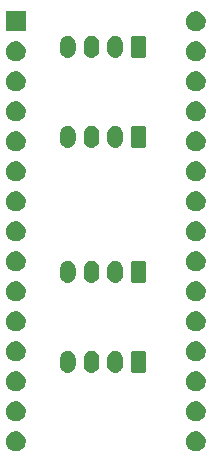
<source format=gbr>
G04 #@! TF.GenerationSoftware,KiCad,Pcbnew,(5.1.6-0-10_14)*
G04 #@! TF.CreationDate,2020-08-29T18:54:40+02:00*
G04 #@! TF.ProjectId,NanoFan,4e616e6f-4661-46e2-9e6b-696361645f70,rev?*
G04 #@! TF.SameCoordinates,Original*
G04 #@! TF.FileFunction,Soldermask,Bot*
G04 #@! TF.FilePolarity,Negative*
%FSLAX46Y46*%
G04 Gerber Fmt 4.6, Leading zero omitted, Abs format (unit mm)*
G04 Created by KiCad (PCBNEW (5.1.6-0-10_14)) date 2020-08-29 18:54:40*
%MOMM*%
%LPD*%
G01*
G04 APERTURE LIST*
%ADD10C,0.100000*%
G04 APERTURE END LIST*
D10*
G36*
X140329228Y-122117703D02*
G01*
X140484100Y-122181853D01*
X140623481Y-122274985D01*
X140742015Y-122393519D01*
X140835147Y-122532900D01*
X140899297Y-122687772D01*
X140932000Y-122852184D01*
X140932000Y-123019816D01*
X140899297Y-123184228D01*
X140835147Y-123339100D01*
X140742015Y-123478481D01*
X140623481Y-123597015D01*
X140484100Y-123690147D01*
X140329228Y-123754297D01*
X140164816Y-123787000D01*
X139997184Y-123787000D01*
X139832772Y-123754297D01*
X139677900Y-123690147D01*
X139538519Y-123597015D01*
X139419985Y-123478481D01*
X139326853Y-123339100D01*
X139262703Y-123184228D01*
X139230000Y-123019816D01*
X139230000Y-122852184D01*
X139262703Y-122687772D01*
X139326853Y-122532900D01*
X139419985Y-122393519D01*
X139538519Y-122274985D01*
X139677900Y-122181853D01*
X139832772Y-122117703D01*
X139997184Y-122085000D01*
X140164816Y-122085000D01*
X140329228Y-122117703D01*
G37*
G36*
X125089228Y-122117703D02*
G01*
X125244100Y-122181853D01*
X125383481Y-122274985D01*
X125502015Y-122393519D01*
X125595147Y-122532900D01*
X125659297Y-122687772D01*
X125692000Y-122852184D01*
X125692000Y-123019816D01*
X125659297Y-123184228D01*
X125595147Y-123339100D01*
X125502015Y-123478481D01*
X125383481Y-123597015D01*
X125244100Y-123690147D01*
X125089228Y-123754297D01*
X124924816Y-123787000D01*
X124757184Y-123787000D01*
X124592772Y-123754297D01*
X124437900Y-123690147D01*
X124298519Y-123597015D01*
X124179985Y-123478481D01*
X124086853Y-123339100D01*
X124022703Y-123184228D01*
X123990000Y-123019816D01*
X123990000Y-122852184D01*
X124022703Y-122687772D01*
X124086853Y-122532900D01*
X124179985Y-122393519D01*
X124298519Y-122274985D01*
X124437900Y-122181853D01*
X124592772Y-122117703D01*
X124757184Y-122085000D01*
X124924816Y-122085000D01*
X125089228Y-122117703D01*
G37*
G36*
X125089228Y-119577703D02*
G01*
X125244100Y-119641853D01*
X125383481Y-119734985D01*
X125502015Y-119853519D01*
X125595147Y-119992900D01*
X125659297Y-120147772D01*
X125692000Y-120312184D01*
X125692000Y-120479816D01*
X125659297Y-120644228D01*
X125595147Y-120799100D01*
X125502015Y-120938481D01*
X125383481Y-121057015D01*
X125244100Y-121150147D01*
X125089228Y-121214297D01*
X124924816Y-121247000D01*
X124757184Y-121247000D01*
X124592772Y-121214297D01*
X124437900Y-121150147D01*
X124298519Y-121057015D01*
X124179985Y-120938481D01*
X124086853Y-120799100D01*
X124022703Y-120644228D01*
X123990000Y-120479816D01*
X123990000Y-120312184D01*
X124022703Y-120147772D01*
X124086853Y-119992900D01*
X124179985Y-119853519D01*
X124298519Y-119734985D01*
X124437900Y-119641853D01*
X124592772Y-119577703D01*
X124757184Y-119545000D01*
X124924816Y-119545000D01*
X125089228Y-119577703D01*
G37*
G36*
X140329228Y-119577703D02*
G01*
X140484100Y-119641853D01*
X140623481Y-119734985D01*
X140742015Y-119853519D01*
X140835147Y-119992900D01*
X140899297Y-120147772D01*
X140932000Y-120312184D01*
X140932000Y-120479816D01*
X140899297Y-120644228D01*
X140835147Y-120799100D01*
X140742015Y-120938481D01*
X140623481Y-121057015D01*
X140484100Y-121150147D01*
X140329228Y-121214297D01*
X140164816Y-121247000D01*
X139997184Y-121247000D01*
X139832772Y-121214297D01*
X139677900Y-121150147D01*
X139538519Y-121057015D01*
X139419985Y-120938481D01*
X139326853Y-120799100D01*
X139262703Y-120644228D01*
X139230000Y-120479816D01*
X139230000Y-120312184D01*
X139262703Y-120147772D01*
X139326853Y-119992900D01*
X139419985Y-119853519D01*
X139538519Y-119734985D01*
X139677900Y-119641853D01*
X139832772Y-119577703D01*
X139997184Y-119545000D01*
X140164816Y-119545000D01*
X140329228Y-119577703D01*
G37*
G36*
X140329228Y-117037703D02*
G01*
X140484100Y-117101853D01*
X140623481Y-117194985D01*
X140742015Y-117313519D01*
X140835147Y-117452900D01*
X140899297Y-117607772D01*
X140932000Y-117772184D01*
X140932000Y-117939816D01*
X140899297Y-118104228D01*
X140835147Y-118259100D01*
X140742015Y-118398481D01*
X140623481Y-118517015D01*
X140484100Y-118610147D01*
X140329228Y-118674297D01*
X140164816Y-118707000D01*
X139997184Y-118707000D01*
X139832772Y-118674297D01*
X139677900Y-118610147D01*
X139538519Y-118517015D01*
X139419985Y-118398481D01*
X139326853Y-118259100D01*
X139262703Y-118104228D01*
X139230000Y-117939816D01*
X139230000Y-117772184D01*
X139262703Y-117607772D01*
X139326853Y-117452900D01*
X139419985Y-117313519D01*
X139538519Y-117194985D01*
X139677900Y-117101853D01*
X139832772Y-117037703D01*
X139997184Y-117005000D01*
X140164816Y-117005000D01*
X140329228Y-117037703D01*
G37*
G36*
X125089228Y-117037703D02*
G01*
X125244100Y-117101853D01*
X125383481Y-117194985D01*
X125502015Y-117313519D01*
X125595147Y-117452900D01*
X125659297Y-117607772D01*
X125692000Y-117772184D01*
X125692000Y-117939816D01*
X125659297Y-118104228D01*
X125595147Y-118259100D01*
X125502015Y-118398481D01*
X125383481Y-118517015D01*
X125244100Y-118610147D01*
X125089228Y-118674297D01*
X124924816Y-118707000D01*
X124757184Y-118707000D01*
X124592772Y-118674297D01*
X124437900Y-118610147D01*
X124298519Y-118517015D01*
X124179985Y-118398481D01*
X124086853Y-118259100D01*
X124022703Y-118104228D01*
X123990000Y-117939816D01*
X123990000Y-117772184D01*
X124022703Y-117607772D01*
X124086853Y-117452900D01*
X124179985Y-117313519D01*
X124298519Y-117194985D01*
X124437900Y-117101853D01*
X124592772Y-117037703D01*
X124757184Y-117005000D01*
X124924816Y-117005000D01*
X125089228Y-117037703D01*
G37*
G36*
X133382618Y-115288420D02*
G01*
X133463400Y-115312925D01*
X133505336Y-115325646D01*
X133618425Y-115386094D01*
X133717554Y-115467446D01*
X133798906Y-115566575D01*
X133859354Y-115679664D01*
X133859355Y-115679668D01*
X133896580Y-115802382D01*
X133906000Y-115898027D01*
X133906000Y-116511973D01*
X133896580Y-116607618D01*
X133869040Y-116698404D01*
X133859354Y-116730336D01*
X133798906Y-116843425D01*
X133717554Y-116942553D01*
X133618424Y-117023906D01*
X133505335Y-117084354D01*
X133473403Y-117094040D01*
X133382617Y-117121580D01*
X133255000Y-117134149D01*
X133127382Y-117121580D01*
X133036596Y-117094040D01*
X133004664Y-117084354D01*
X132891575Y-117023906D01*
X132792447Y-116942554D01*
X132711094Y-116843424D01*
X132650646Y-116730335D01*
X132640960Y-116698403D01*
X132613420Y-116607617D01*
X132604000Y-116511972D01*
X132604000Y-115898027D01*
X132613420Y-115802382D01*
X132650645Y-115679668D01*
X132650645Y-115679667D01*
X132682957Y-115619217D01*
X132711095Y-115566574D01*
X132724493Y-115550249D01*
X132792447Y-115467446D01*
X132891576Y-115386094D01*
X133004665Y-115325646D01*
X133046601Y-115312925D01*
X133127383Y-115288420D01*
X133255000Y-115275851D01*
X133382618Y-115288420D01*
G37*
G36*
X131382618Y-115288420D02*
G01*
X131463400Y-115312925D01*
X131505336Y-115325646D01*
X131618425Y-115386094D01*
X131717554Y-115467446D01*
X131798906Y-115566575D01*
X131859354Y-115679664D01*
X131859355Y-115679668D01*
X131896580Y-115802382D01*
X131906000Y-115898027D01*
X131906000Y-116511973D01*
X131896580Y-116607618D01*
X131869040Y-116698404D01*
X131859354Y-116730336D01*
X131798906Y-116843425D01*
X131717554Y-116942553D01*
X131618424Y-117023906D01*
X131505335Y-117084354D01*
X131473403Y-117094040D01*
X131382617Y-117121580D01*
X131255000Y-117134149D01*
X131127382Y-117121580D01*
X131036596Y-117094040D01*
X131004664Y-117084354D01*
X130891575Y-117023906D01*
X130792447Y-116942554D01*
X130711094Y-116843424D01*
X130650646Y-116730335D01*
X130640960Y-116698403D01*
X130613420Y-116607617D01*
X130604000Y-116511972D01*
X130604000Y-115898027D01*
X130613420Y-115802382D01*
X130650645Y-115679668D01*
X130650645Y-115679667D01*
X130682957Y-115619217D01*
X130711095Y-115566574D01*
X130724493Y-115550249D01*
X130792447Y-115467446D01*
X130891576Y-115386094D01*
X131004665Y-115325646D01*
X131046601Y-115312925D01*
X131127383Y-115288420D01*
X131255000Y-115275851D01*
X131382618Y-115288420D01*
G37*
G36*
X129382618Y-115288420D02*
G01*
X129463400Y-115312925D01*
X129505336Y-115325646D01*
X129618425Y-115386094D01*
X129717554Y-115467446D01*
X129798906Y-115566575D01*
X129859354Y-115679664D01*
X129859355Y-115679668D01*
X129896580Y-115802382D01*
X129906000Y-115898027D01*
X129906000Y-116511973D01*
X129896580Y-116607618D01*
X129869040Y-116698404D01*
X129859354Y-116730336D01*
X129798906Y-116843425D01*
X129717554Y-116942553D01*
X129618424Y-117023906D01*
X129505335Y-117084354D01*
X129473403Y-117094040D01*
X129382617Y-117121580D01*
X129255000Y-117134149D01*
X129127382Y-117121580D01*
X129036596Y-117094040D01*
X129004664Y-117084354D01*
X128891575Y-117023906D01*
X128792447Y-116942554D01*
X128711094Y-116843424D01*
X128650646Y-116730335D01*
X128640960Y-116698403D01*
X128613420Y-116607617D01*
X128604000Y-116511972D01*
X128604000Y-115898027D01*
X128613420Y-115802382D01*
X128650645Y-115679668D01*
X128650645Y-115679667D01*
X128682957Y-115619217D01*
X128711095Y-115566574D01*
X128724493Y-115550249D01*
X128792447Y-115467446D01*
X128891576Y-115386094D01*
X129004665Y-115325646D01*
X129046601Y-115312925D01*
X129127383Y-115288420D01*
X129255000Y-115275851D01*
X129382618Y-115288420D01*
G37*
G36*
X135746242Y-115283404D02*
G01*
X135783337Y-115294657D01*
X135817515Y-115312925D01*
X135847481Y-115337519D01*
X135872075Y-115367485D01*
X135890343Y-115401663D01*
X135901596Y-115438758D01*
X135906000Y-115483474D01*
X135906000Y-116926526D01*
X135901596Y-116971242D01*
X135890343Y-117008337D01*
X135872075Y-117042515D01*
X135847481Y-117072481D01*
X135817515Y-117097075D01*
X135783337Y-117115343D01*
X135746242Y-117126596D01*
X135701526Y-117131000D01*
X134808474Y-117131000D01*
X134763758Y-117126596D01*
X134726663Y-117115343D01*
X134692485Y-117097075D01*
X134662519Y-117072481D01*
X134637925Y-117042515D01*
X134619657Y-117008337D01*
X134608404Y-116971242D01*
X134604000Y-116926526D01*
X134604000Y-115483474D01*
X134608404Y-115438758D01*
X134619657Y-115401663D01*
X134637925Y-115367485D01*
X134662519Y-115337519D01*
X134692485Y-115312925D01*
X134726663Y-115294657D01*
X134763758Y-115283404D01*
X134808474Y-115279000D01*
X135701526Y-115279000D01*
X135746242Y-115283404D01*
G37*
G36*
X140329228Y-114497703D02*
G01*
X140484100Y-114561853D01*
X140623481Y-114654985D01*
X140742015Y-114773519D01*
X140835147Y-114912900D01*
X140899297Y-115067772D01*
X140932000Y-115232184D01*
X140932000Y-115399816D01*
X140899297Y-115564228D01*
X140835147Y-115719100D01*
X140742015Y-115858481D01*
X140623481Y-115977015D01*
X140484100Y-116070147D01*
X140329228Y-116134297D01*
X140164816Y-116167000D01*
X139997184Y-116167000D01*
X139832772Y-116134297D01*
X139677900Y-116070147D01*
X139538519Y-115977015D01*
X139419985Y-115858481D01*
X139326853Y-115719100D01*
X139262703Y-115564228D01*
X139230000Y-115399816D01*
X139230000Y-115232184D01*
X139262703Y-115067772D01*
X139326853Y-114912900D01*
X139419985Y-114773519D01*
X139538519Y-114654985D01*
X139677900Y-114561853D01*
X139832772Y-114497703D01*
X139997184Y-114465000D01*
X140164816Y-114465000D01*
X140329228Y-114497703D01*
G37*
G36*
X125089228Y-114497703D02*
G01*
X125244100Y-114561853D01*
X125383481Y-114654985D01*
X125502015Y-114773519D01*
X125595147Y-114912900D01*
X125659297Y-115067772D01*
X125692000Y-115232184D01*
X125692000Y-115399816D01*
X125659297Y-115564228D01*
X125595147Y-115719100D01*
X125502015Y-115858481D01*
X125383481Y-115977015D01*
X125244100Y-116070147D01*
X125089228Y-116134297D01*
X124924816Y-116167000D01*
X124757184Y-116167000D01*
X124592772Y-116134297D01*
X124437900Y-116070147D01*
X124298519Y-115977015D01*
X124179985Y-115858481D01*
X124086853Y-115719100D01*
X124022703Y-115564228D01*
X123990000Y-115399816D01*
X123990000Y-115232184D01*
X124022703Y-115067772D01*
X124086853Y-114912900D01*
X124179985Y-114773519D01*
X124298519Y-114654985D01*
X124437900Y-114561853D01*
X124592772Y-114497703D01*
X124757184Y-114465000D01*
X124924816Y-114465000D01*
X125089228Y-114497703D01*
G37*
G36*
X140329228Y-111957703D02*
G01*
X140484100Y-112021853D01*
X140623481Y-112114985D01*
X140742015Y-112233519D01*
X140835147Y-112372900D01*
X140899297Y-112527772D01*
X140932000Y-112692184D01*
X140932000Y-112859816D01*
X140899297Y-113024228D01*
X140835147Y-113179100D01*
X140742015Y-113318481D01*
X140623481Y-113437015D01*
X140484100Y-113530147D01*
X140329228Y-113594297D01*
X140164816Y-113627000D01*
X139997184Y-113627000D01*
X139832772Y-113594297D01*
X139677900Y-113530147D01*
X139538519Y-113437015D01*
X139419985Y-113318481D01*
X139326853Y-113179100D01*
X139262703Y-113024228D01*
X139230000Y-112859816D01*
X139230000Y-112692184D01*
X139262703Y-112527772D01*
X139326853Y-112372900D01*
X139419985Y-112233519D01*
X139538519Y-112114985D01*
X139677900Y-112021853D01*
X139832772Y-111957703D01*
X139997184Y-111925000D01*
X140164816Y-111925000D01*
X140329228Y-111957703D01*
G37*
G36*
X125089228Y-111957703D02*
G01*
X125244100Y-112021853D01*
X125383481Y-112114985D01*
X125502015Y-112233519D01*
X125595147Y-112372900D01*
X125659297Y-112527772D01*
X125692000Y-112692184D01*
X125692000Y-112859816D01*
X125659297Y-113024228D01*
X125595147Y-113179100D01*
X125502015Y-113318481D01*
X125383481Y-113437015D01*
X125244100Y-113530147D01*
X125089228Y-113594297D01*
X124924816Y-113627000D01*
X124757184Y-113627000D01*
X124592772Y-113594297D01*
X124437900Y-113530147D01*
X124298519Y-113437015D01*
X124179985Y-113318481D01*
X124086853Y-113179100D01*
X124022703Y-113024228D01*
X123990000Y-112859816D01*
X123990000Y-112692184D01*
X124022703Y-112527772D01*
X124086853Y-112372900D01*
X124179985Y-112233519D01*
X124298519Y-112114985D01*
X124437900Y-112021853D01*
X124592772Y-111957703D01*
X124757184Y-111925000D01*
X124924816Y-111925000D01*
X125089228Y-111957703D01*
G37*
G36*
X140329228Y-109417703D02*
G01*
X140484100Y-109481853D01*
X140623481Y-109574985D01*
X140742015Y-109693519D01*
X140835147Y-109832900D01*
X140899297Y-109987772D01*
X140932000Y-110152184D01*
X140932000Y-110319816D01*
X140899297Y-110484228D01*
X140835147Y-110639100D01*
X140742015Y-110778481D01*
X140623481Y-110897015D01*
X140484100Y-110990147D01*
X140329228Y-111054297D01*
X140164816Y-111087000D01*
X139997184Y-111087000D01*
X139832772Y-111054297D01*
X139677900Y-110990147D01*
X139538519Y-110897015D01*
X139419985Y-110778481D01*
X139326853Y-110639100D01*
X139262703Y-110484228D01*
X139230000Y-110319816D01*
X139230000Y-110152184D01*
X139262703Y-109987772D01*
X139326853Y-109832900D01*
X139419985Y-109693519D01*
X139538519Y-109574985D01*
X139677900Y-109481853D01*
X139832772Y-109417703D01*
X139997184Y-109385000D01*
X140164816Y-109385000D01*
X140329228Y-109417703D01*
G37*
G36*
X125089228Y-109417703D02*
G01*
X125244100Y-109481853D01*
X125383481Y-109574985D01*
X125502015Y-109693519D01*
X125595147Y-109832900D01*
X125659297Y-109987772D01*
X125692000Y-110152184D01*
X125692000Y-110319816D01*
X125659297Y-110484228D01*
X125595147Y-110639100D01*
X125502015Y-110778481D01*
X125383481Y-110897015D01*
X125244100Y-110990147D01*
X125089228Y-111054297D01*
X124924816Y-111087000D01*
X124757184Y-111087000D01*
X124592772Y-111054297D01*
X124437900Y-110990147D01*
X124298519Y-110897015D01*
X124179985Y-110778481D01*
X124086853Y-110639100D01*
X124022703Y-110484228D01*
X123990000Y-110319816D01*
X123990000Y-110152184D01*
X124022703Y-109987772D01*
X124086853Y-109832900D01*
X124179985Y-109693519D01*
X124298519Y-109574985D01*
X124437900Y-109481853D01*
X124592772Y-109417703D01*
X124757184Y-109385000D01*
X124924816Y-109385000D01*
X125089228Y-109417703D01*
G37*
G36*
X129382618Y-107668420D02*
G01*
X129463400Y-107692925D01*
X129505336Y-107705646D01*
X129618425Y-107766094D01*
X129717554Y-107847446D01*
X129798906Y-107946575D01*
X129859354Y-108059664D01*
X129859355Y-108059668D01*
X129896580Y-108182382D01*
X129906000Y-108278027D01*
X129906000Y-108891973D01*
X129896580Y-108987618D01*
X129869040Y-109078404D01*
X129859354Y-109110336D01*
X129798906Y-109223425D01*
X129717554Y-109322553D01*
X129618424Y-109403906D01*
X129505335Y-109464354D01*
X129473403Y-109474040D01*
X129382617Y-109501580D01*
X129255000Y-109514149D01*
X129127382Y-109501580D01*
X129036596Y-109474040D01*
X129004664Y-109464354D01*
X128891575Y-109403906D01*
X128792447Y-109322554D01*
X128711094Y-109223424D01*
X128650646Y-109110335D01*
X128640960Y-109078403D01*
X128613420Y-108987617D01*
X128604000Y-108891972D01*
X128604000Y-108278027D01*
X128613420Y-108182382D01*
X128650645Y-108059668D01*
X128650645Y-108059667D01*
X128682957Y-107999217D01*
X128711095Y-107946574D01*
X128724493Y-107930249D01*
X128792447Y-107847446D01*
X128891576Y-107766094D01*
X129004665Y-107705646D01*
X129046601Y-107692925D01*
X129127383Y-107668420D01*
X129255000Y-107655851D01*
X129382618Y-107668420D01*
G37*
G36*
X131382618Y-107668420D02*
G01*
X131463400Y-107692925D01*
X131505336Y-107705646D01*
X131618425Y-107766094D01*
X131717554Y-107847446D01*
X131798906Y-107946575D01*
X131859354Y-108059664D01*
X131859355Y-108059668D01*
X131896580Y-108182382D01*
X131906000Y-108278027D01*
X131906000Y-108891973D01*
X131896580Y-108987618D01*
X131869040Y-109078404D01*
X131859354Y-109110336D01*
X131798906Y-109223425D01*
X131717554Y-109322553D01*
X131618424Y-109403906D01*
X131505335Y-109464354D01*
X131473403Y-109474040D01*
X131382617Y-109501580D01*
X131255000Y-109514149D01*
X131127382Y-109501580D01*
X131036596Y-109474040D01*
X131004664Y-109464354D01*
X130891575Y-109403906D01*
X130792447Y-109322554D01*
X130711094Y-109223424D01*
X130650646Y-109110335D01*
X130640960Y-109078403D01*
X130613420Y-108987617D01*
X130604000Y-108891972D01*
X130604000Y-108278027D01*
X130613420Y-108182382D01*
X130650645Y-108059668D01*
X130650645Y-108059667D01*
X130682957Y-107999217D01*
X130711095Y-107946574D01*
X130724493Y-107930249D01*
X130792447Y-107847446D01*
X130891576Y-107766094D01*
X131004665Y-107705646D01*
X131046601Y-107692925D01*
X131127383Y-107668420D01*
X131255000Y-107655851D01*
X131382618Y-107668420D01*
G37*
G36*
X133382618Y-107668420D02*
G01*
X133463400Y-107692925D01*
X133505336Y-107705646D01*
X133618425Y-107766094D01*
X133717554Y-107847446D01*
X133798906Y-107946575D01*
X133859354Y-108059664D01*
X133859355Y-108059668D01*
X133896580Y-108182382D01*
X133906000Y-108278027D01*
X133906000Y-108891973D01*
X133896580Y-108987618D01*
X133869040Y-109078404D01*
X133859354Y-109110336D01*
X133798906Y-109223425D01*
X133717554Y-109322553D01*
X133618424Y-109403906D01*
X133505335Y-109464354D01*
X133473403Y-109474040D01*
X133382617Y-109501580D01*
X133255000Y-109514149D01*
X133127382Y-109501580D01*
X133036596Y-109474040D01*
X133004664Y-109464354D01*
X132891575Y-109403906D01*
X132792447Y-109322554D01*
X132711094Y-109223424D01*
X132650646Y-109110335D01*
X132640960Y-109078403D01*
X132613420Y-108987617D01*
X132604000Y-108891972D01*
X132604000Y-108278027D01*
X132613420Y-108182382D01*
X132650645Y-108059668D01*
X132650645Y-108059667D01*
X132682957Y-107999217D01*
X132711095Y-107946574D01*
X132724493Y-107930249D01*
X132792447Y-107847446D01*
X132891576Y-107766094D01*
X133004665Y-107705646D01*
X133046601Y-107692925D01*
X133127383Y-107668420D01*
X133255000Y-107655851D01*
X133382618Y-107668420D01*
G37*
G36*
X135746242Y-107663404D02*
G01*
X135783337Y-107674657D01*
X135817515Y-107692925D01*
X135847481Y-107717519D01*
X135872075Y-107747485D01*
X135890343Y-107781663D01*
X135901596Y-107818758D01*
X135906000Y-107863474D01*
X135906000Y-109306526D01*
X135901596Y-109351242D01*
X135890343Y-109388337D01*
X135872075Y-109422515D01*
X135847481Y-109452481D01*
X135817515Y-109477075D01*
X135783337Y-109495343D01*
X135746242Y-109506596D01*
X135701526Y-109511000D01*
X134808474Y-109511000D01*
X134763758Y-109506596D01*
X134726663Y-109495343D01*
X134692485Y-109477075D01*
X134662519Y-109452481D01*
X134637925Y-109422515D01*
X134619657Y-109388337D01*
X134608404Y-109351242D01*
X134604000Y-109306526D01*
X134604000Y-107863474D01*
X134608404Y-107818758D01*
X134619657Y-107781663D01*
X134637925Y-107747485D01*
X134662519Y-107717519D01*
X134692485Y-107692925D01*
X134726663Y-107674657D01*
X134763758Y-107663404D01*
X134808474Y-107659000D01*
X135701526Y-107659000D01*
X135746242Y-107663404D01*
G37*
G36*
X140329228Y-106877703D02*
G01*
X140484100Y-106941853D01*
X140623481Y-107034985D01*
X140742015Y-107153519D01*
X140835147Y-107292900D01*
X140899297Y-107447772D01*
X140932000Y-107612184D01*
X140932000Y-107779816D01*
X140899297Y-107944228D01*
X140835147Y-108099100D01*
X140742015Y-108238481D01*
X140623481Y-108357015D01*
X140484100Y-108450147D01*
X140329228Y-108514297D01*
X140164816Y-108547000D01*
X139997184Y-108547000D01*
X139832772Y-108514297D01*
X139677900Y-108450147D01*
X139538519Y-108357015D01*
X139419985Y-108238481D01*
X139326853Y-108099100D01*
X139262703Y-107944228D01*
X139230000Y-107779816D01*
X139230000Y-107612184D01*
X139262703Y-107447772D01*
X139326853Y-107292900D01*
X139419985Y-107153519D01*
X139538519Y-107034985D01*
X139677900Y-106941853D01*
X139832772Y-106877703D01*
X139997184Y-106845000D01*
X140164816Y-106845000D01*
X140329228Y-106877703D01*
G37*
G36*
X125089228Y-106877703D02*
G01*
X125244100Y-106941853D01*
X125383481Y-107034985D01*
X125502015Y-107153519D01*
X125595147Y-107292900D01*
X125659297Y-107447772D01*
X125692000Y-107612184D01*
X125692000Y-107779816D01*
X125659297Y-107944228D01*
X125595147Y-108099100D01*
X125502015Y-108238481D01*
X125383481Y-108357015D01*
X125244100Y-108450147D01*
X125089228Y-108514297D01*
X124924816Y-108547000D01*
X124757184Y-108547000D01*
X124592772Y-108514297D01*
X124437900Y-108450147D01*
X124298519Y-108357015D01*
X124179985Y-108238481D01*
X124086853Y-108099100D01*
X124022703Y-107944228D01*
X123990000Y-107779816D01*
X123990000Y-107612184D01*
X124022703Y-107447772D01*
X124086853Y-107292900D01*
X124179985Y-107153519D01*
X124298519Y-107034985D01*
X124437900Y-106941853D01*
X124592772Y-106877703D01*
X124757184Y-106845000D01*
X124924816Y-106845000D01*
X125089228Y-106877703D01*
G37*
G36*
X140329228Y-104337703D02*
G01*
X140484100Y-104401853D01*
X140623481Y-104494985D01*
X140742015Y-104613519D01*
X140835147Y-104752900D01*
X140899297Y-104907772D01*
X140932000Y-105072184D01*
X140932000Y-105239816D01*
X140899297Y-105404228D01*
X140835147Y-105559100D01*
X140742015Y-105698481D01*
X140623481Y-105817015D01*
X140484100Y-105910147D01*
X140329228Y-105974297D01*
X140164816Y-106007000D01*
X139997184Y-106007000D01*
X139832772Y-105974297D01*
X139677900Y-105910147D01*
X139538519Y-105817015D01*
X139419985Y-105698481D01*
X139326853Y-105559100D01*
X139262703Y-105404228D01*
X139230000Y-105239816D01*
X139230000Y-105072184D01*
X139262703Y-104907772D01*
X139326853Y-104752900D01*
X139419985Y-104613519D01*
X139538519Y-104494985D01*
X139677900Y-104401853D01*
X139832772Y-104337703D01*
X139997184Y-104305000D01*
X140164816Y-104305000D01*
X140329228Y-104337703D01*
G37*
G36*
X125089228Y-104337703D02*
G01*
X125244100Y-104401853D01*
X125383481Y-104494985D01*
X125502015Y-104613519D01*
X125595147Y-104752900D01*
X125659297Y-104907772D01*
X125692000Y-105072184D01*
X125692000Y-105239816D01*
X125659297Y-105404228D01*
X125595147Y-105559100D01*
X125502015Y-105698481D01*
X125383481Y-105817015D01*
X125244100Y-105910147D01*
X125089228Y-105974297D01*
X124924816Y-106007000D01*
X124757184Y-106007000D01*
X124592772Y-105974297D01*
X124437900Y-105910147D01*
X124298519Y-105817015D01*
X124179985Y-105698481D01*
X124086853Y-105559100D01*
X124022703Y-105404228D01*
X123990000Y-105239816D01*
X123990000Y-105072184D01*
X124022703Y-104907772D01*
X124086853Y-104752900D01*
X124179985Y-104613519D01*
X124298519Y-104494985D01*
X124437900Y-104401853D01*
X124592772Y-104337703D01*
X124757184Y-104305000D01*
X124924816Y-104305000D01*
X125089228Y-104337703D01*
G37*
G36*
X140329228Y-101797703D02*
G01*
X140484100Y-101861853D01*
X140623481Y-101954985D01*
X140742015Y-102073519D01*
X140835147Y-102212900D01*
X140899297Y-102367772D01*
X140932000Y-102532184D01*
X140932000Y-102699816D01*
X140899297Y-102864228D01*
X140835147Y-103019100D01*
X140742015Y-103158481D01*
X140623481Y-103277015D01*
X140484100Y-103370147D01*
X140329228Y-103434297D01*
X140164816Y-103467000D01*
X139997184Y-103467000D01*
X139832772Y-103434297D01*
X139677900Y-103370147D01*
X139538519Y-103277015D01*
X139419985Y-103158481D01*
X139326853Y-103019100D01*
X139262703Y-102864228D01*
X139230000Y-102699816D01*
X139230000Y-102532184D01*
X139262703Y-102367772D01*
X139326853Y-102212900D01*
X139419985Y-102073519D01*
X139538519Y-101954985D01*
X139677900Y-101861853D01*
X139832772Y-101797703D01*
X139997184Y-101765000D01*
X140164816Y-101765000D01*
X140329228Y-101797703D01*
G37*
G36*
X125089228Y-101797703D02*
G01*
X125244100Y-101861853D01*
X125383481Y-101954985D01*
X125502015Y-102073519D01*
X125595147Y-102212900D01*
X125659297Y-102367772D01*
X125692000Y-102532184D01*
X125692000Y-102699816D01*
X125659297Y-102864228D01*
X125595147Y-103019100D01*
X125502015Y-103158481D01*
X125383481Y-103277015D01*
X125244100Y-103370147D01*
X125089228Y-103434297D01*
X124924816Y-103467000D01*
X124757184Y-103467000D01*
X124592772Y-103434297D01*
X124437900Y-103370147D01*
X124298519Y-103277015D01*
X124179985Y-103158481D01*
X124086853Y-103019100D01*
X124022703Y-102864228D01*
X123990000Y-102699816D01*
X123990000Y-102532184D01*
X124022703Y-102367772D01*
X124086853Y-102212900D01*
X124179985Y-102073519D01*
X124298519Y-101954985D01*
X124437900Y-101861853D01*
X124592772Y-101797703D01*
X124757184Y-101765000D01*
X124924816Y-101765000D01*
X125089228Y-101797703D01*
G37*
G36*
X125089228Y-99257703D02*
G01*
X125244100Y-99321853D01*
X125383481Y-99414985D01*
X125502015Y-99533519D01*
X125595147Y-99672900D01*
X125659297Y-99827772D01*
X125692000Y-99992184D01*
X125692000Y-100159816D01*
X125659297Y-100324228D01*
X125595147Y-100479100D01*
X125502015Y-100618481D01*
X125383481Y-100737015D01*
X125244100Y-100830147D01*
X125089228Y-100894297D01*
X124924816Y-100927000D01*
X124757184Y-100927000D01*
X124592772Y-100894297D01*
X124437900Y-100830147D01*
X124298519Y-100737015D01*
X124179985Y-100618481D01*
X124086853Y-100479100D01*
X124022703Y-100324228D01*
X123990000Y-100159816D01*
X123990000Y-99992184D01*
X124022703Y-99827772D01*
X124086853Y-99672900D01*
X124179985Y-99533519D01*
X124298519Y-99414985D01*
X124437900Y-99321853D01*
X124592772Y-99257703D01*
X124757184Y-99225000D01*
X124924816Y-99225000D01*
X125089228Y-99257703D01*
G37*
G36*
X140329228Y-99257703D02*
G01*
X140484100Y-99321853D01*
X140623481Y-99414985D01*
X140742015Y-99533519D01*
X140835147Y-99672900D01*
X140899297Y-99827772D01*
X140932000Y-99992184D01*
X140932000Y-100159816D01*
X140899297Y-100324228D01*
X140835147Y-100479100D01*
X140742015Y-100618481D01*
X140623481Y-100737015D01*
X140484100Y-100830147D01*
X140329228Y-100894297D01*
X140164816Y-100927000D01*
X139997184Y-100927000D01*
X139832772Y-100894297D01*
X139677900Y-100830147D01*
X139538519Y-100737015D01*
X139419985Y-100618481D01*
X139326853Y-100479100D01*
X139262703Y-100324228D01*
X139230000Y-100159816D01*
X139230000Y-99992184D01*
X139262703Y-99827772D01*
X139326853Y-99672900D01*
X139419985Y-99533519D01*
X139538519Y-99414985D01*
X139677900Y-99321853D01*
X139832772Y-99257703D01*
X139997184Y-99225000D01*
X140164816Y-99225000D01*
X140329228Y-99257703D01*
G37*
G36*
X140329228Y-96717703D02*
G01*
X140484100Y-96781853D01*
X140623481Y-96874985D01*
X140742015Y-96993519D01*
X140835147Y-97132900D01*
X140899297Y-97287772D01*
X140932000Y-97452184D01*
X140932000Y-97619816D01*
X140899297Y-97784228D01*
X140835147Y-97939100D01*
X140742015Y-98078481D01*
X140623481Y-98197015D01*
X140484100Y-98290147D01*
X140329228Y-98354297D01*
X140164816Y-98387000D01*
X139997184Y-98387000D01*
X139832772Y-98354297D01*
X139677900Y-98290147D01*
X139538519Y-98197015D01*
X139419985Y-98078481D01*
X139326853Y-97939100D01*
X139262703Y-97784228D01*
X139230000Y-97619816D01*
X139230000Y-97452184D01*
X139262703Y-97287772D01*
X139326853Y-97132900D01*
X139419985Y-96993519D01*
X139538519Y-96874985D01*
X139677900Y-96781853D01*
X139832772Y-96717703D01*
X139997184Y-96685000D01*
X140164816Y-96685000D01*
X140329228Y-96717703D01*
G37*
G36*
X125089228Y-96717703D02*
G01*
X125244100Y-96781853D01*
X125383481Y-96874985D01*
X125502015Y-96993519D01*
X125595147Y-97132900D01*
X125659297Y-97287772D01*
X125692000Y-97452184D01*
X125692000Y-97619816D01*
X125659297Y-97784228D01*
X125595147Y-97939100D01*
X125502015Y-98078481D01*
X125383481Y-98197015D01*
X125244100Y-98290147D01*
X125089228Y-98354297D01*
X124924816Y-98387000D01*
X124757184Y-98387000D01*
X124592772Y-98354297D01*
X124437900Y-98290147D01*
X124298519Y-98197015D01*
X124179985Y-98078481D01*
X124086853Y-97939100D01*
X124022703Y-97784228D01*
X123990000Y-97619816D01*
X123990000Y-97452184D01*
X124022703Y-97287772D01*
X124086853Y-97132900D01*
X124179985Y-96993519D01*
X124298519Y-96874985D01*
X124437900Y-96781853D01*
X124592772Y-96717703D01*
X124757184Y-96685000D01*
X124924816Y-96685000D01*
X125089228Y-96717703D01*
G37*
G36*
X131382618Y-96238420D02*
G01*
X131463400Y-96262925D01*
X131505336Y-96275646D01*
X131618425Y-96336094D01*
X131717554Y-96417446D01*
X131798906Y-96516575D01*
X131859354Y-96629664D01*
X131859355Y-96629668D01*
X131896580Y-96752382D01*
X131906000Y-96848027D01*
X131906000Y-97461973D01*
X131896580Y-97557618D01*
X131877712Y-97619816D01*
X131859354Y-97680336D01*
X131798906Y-97793425D01*
X131717554Y-97892553D01*
X131618424Y-97973906D01*
X131505335Y-98034354D01*
X131473403Y-98044040D01*
X131382617Y-98071580D01*
X131255000Y-98084149D01*
X131127382Y-98071580D01*
X131036596Y-98044040D01*
X131004664Y-98034354D01*
X130891575Y-97973906D01*
X130792447Y-97892554D01*
X130711094Y-97793424D01*
X130650646Y-97680335D01*
X130632288Y-97619815D01*
X130613420Y-97557617D01*
X130604000Y-97461972D01*
X130604000Y-96848027D01*
X130613420Y-96752382D01*
X130650645Y-96629668D01*
X130650645Y-96629667D01*
X130682957Y-96569217D01*
X130711095Y-96516574D01*
X130724493Y-96500249D01*
X130792447Y-96417446D01*
X130891576Y-96336094D01*
X131004665Y-96275646D01*
X131046601Y-96262925D01*
X131127383Y-96238420D01*
X131255000Y-96225851D01*
X131382618Y-96238420D01*
G37*
G36*
X133382618Y-96238420D02*
G01*
X133463400Y-96262925D01*
X133505336Y-96275646D01*
X133618425Y-96336094D01*
X133717554Y-96417446D01*
X133798906Y-96516575D01*
X133859354Y-96629664D01*
X133859355Y-96629668D01*
X133896580Y-96752382D01*
X133906000Y-96848027D01*
X133906000Y-97461973D01*
X133896580Y-97557618D01*
X133877712Y-97619816D01*
X133859354Y-97680336D01*
X133798906Y-97793425D01*
X133717554Y-97892553D01*
X133618424Y-97973906D01*
X133505335Y-98034354D01*
X133473403Y-98044040D01*
X133382617Y-98071580D01*
X133255000Y-98084149D01*
X133127382Y-98071580D01*
X133036596Y-98044040D01*
X133004664Y-98034354D01*
X132891575Y-97973906D01*
X132792447Y-97892554D01*
X132711094Y-97793424D01*
X132650646Y-97680335D01*
X132632288Y-97619815D01*
X132613420Y-97557617D01*
X132604000Y-97461972D01*
X132604000Y-96848027D01*
X132613420Y-96752382D01*
X132650645Y-96629668D01*
X132650645Y-96629667D01*
X132682957Y-96569217D01*
X132711095Y-96516574D01*
X132724493Y-96500249D01*
X132792447Y-96417446D01*
X132891576Y-96336094D01*
X133004665Y-96275646D01*
X133046601Y-96262925D01*
X133127383Y-96238420D01*
X133255000Y-96225851D01*
X133382618Y-96238420D01*
G37*
G36*
X129382618Y-96238420D02*
G01*
X129463400Y-96262925D01*
X129505336Y-96275646D01*
X129618425Y-96336094D01*
X129717554Y-96417446D01*
X129798906Y-96516575D01*
X129859354Y-96629664D01*
X129859355Y-96629668D01*
X129896580Y-96752382D01*
X129906000Y-96848027D01*
X129906000Y-97461973D01*
X129896580Y-97557618D01*
X129877712Y-97619816D01*
X129859354Y-97680336D01*
X129798906Y-97793425D01*
X129717554Y-97892553D01*
X129618424Y-97973906D01*
X129505335Y-98034354D01*
X129473403Y-98044040D01*
X129382617Y-98071580D01*
X129255000Y-98084149D01*
X129127382Y-98071580D01*
X129036596Y-98044040D01*
X129004664Y-98034354D01*
X128891575Y-97973906D01*
X128792447Y-97892554D01*
X128711094Y-97793424D01*
X128650646Y-97680335D01*
X128632288Y-97619815D01*
X128613420Y-97557617D01*
X128604000Y-97461972D01*
X128604000Y-96848027D01*
X128613420Y-96752382D01*
X128650645Y-96629668D01*
X128650645Y-96629667D01*
X128682957Y-96569217D01*
X128711095Y-96516574D01*
X128724493Y-96500249D01*
X128792447Y-96417446D01*
X128891576Y-96336094D01*
X129004665Y-96275646D01*
X129046601Y-96262925D01*
X129127383Y-96238420D01*
X129255000Y-96225851D01*
X129382618Y-96238420D01*
G37*
G36*
X135746242Y-96233404D02*
G01*
X135783337Y-96244657D01*
X135817515Y-96262925D01*
X135847481Y-96287519D01*
X135872075Y-96317485D01*
X135890343Y-96351663D01*
X135901596Y-96388758D01*
X135906000Y-96433474D01*
X135906000Y-97876526D01*
X135901596Y-97921242D01*
X135890343Y-97958337D01*
X135872075Y-97992515D01*
X135847481Y-98022481D01*
X135817515Y-98047075D01*
X135783337Y-98065343D01*
X135746242Y-98076596D01*
X135701526Y-98081000D01*
X134808474Y-98081000D01*
X134763758Y-98076596D01*
X134726663Y-98065343D01*
X134692485Y-98047075D01*
X134662519Y-98022481D01*
X134637925Y-97992515D01*
X134619657Y-97958337D01*
X134608404Y-97921242D01*
X134604000Y-97876526D01*
X134604000Y-96433474D01*
X134608404Y-96388758D01*
X134619657Y-96351663D01*
X134637925Y-96317485D01*
X134662519Y-96287519D01*
X134692485Y-96262925D01*
X134726663Y-96244657D01*
X134763758Y-96233404D01*
X134808474Y-96229000D01*
X135701526Y-96229000D01*
X135746242Y-96233404D01*
G37*
G36*
X140329228Y-94177703D02*
G01*
X140484100Y-94241853D01*
X140623481Y-94334985D01*
X140742015Y-94453519D01*
X140835147Y-94592900D01*
X140899297Y-94747772D01*
X140932000Y-94912184D01*
X140932000Y-95079816D01*
X140899297Y-95244228D01*
X140835147Y-95399100D01*
X140742015Y-95538481D01*
X140623481Y-95657015D01*
X140484100Y-95750147D01*
X140329228Y-95814297D01*
X140164816Y-95847000D01*
X139997184Y-95847000D01*
X139832772Y-95814297D01*
X139677900Y-95750147D01*
X139538519Y-95657015D01*
X139419985Y-95538481D01*
X139326853Y-95399100D01*
X139262703Y-95244228D01*
X139230000Y-95079816D01*
X139230000Y-94912184D01*
X139262703Y-94747772D01*
X139326853Y-94592900D01*
X139419985Y-94453519D01*
X139538519Y-94334985D01*
X139677900Y-94241853D01*
X139832772Y-94177703D01*
X139997184Y-94145000D01*
X140164816Y-94145000D01*
X140329228Y-94177703D01*
G37*
G36*
X125089228Y-94177703D02*
G01*
X125244100Y-94241853D01*
X125383481Y-94334985D01*
X125502015Y-94453519D01*
X125595147Y-94592900D01*
X125659297Y-94747772D01*
X125692000Y-94912184D01*
X125692000Y-95079816D01*
X125659297Y-95244228D01*
X125595147Y-95399100D01*
X125502015Y-95538481D01*
X125383481Y-95657015D01*
X125244100Y-95750147D01*
X125089228Y-95814297D01*
X124924816Y-95847000D01*
X124757184Y-95847000D01*
X124592772Y-95814297D01*
X124437900Y-95750147D01*
X124298519Y-95657015D01*
X124179985Y-95538481D01*
X124086853Y-95399100D01*
X124022703Y-95244228D01*
X123990000Y-95079816D01*
X123990000Y-94912184D01*
X124022703Y-94747772D01*
X124086853Y-94592900D01*
X124179985Y-94453519D01*
X124298519Y-94334985D01*
X124437900Y-94241853D01*
X124592772Y-94177703D01*
X124757184Y-94145000D01*
X124924816Y-94145000D01*
X125089228Y-94177703D01*
G37*
G36*
X140329228Y-91637703D02*
G01*
X140484100Y-91701853D01*
X140623481Y-91794985D01*
X140742015Y-91913519D01*
X140835147Y-92052900D01*
X140899297Y-92207772D01*
X140932000Y-92372184D01*
X140932000Y-92539816D01*
X140899297Y-92704228D01*
X140835147Y-92859100D01*
X140742015Y-92998481D01*
X140623481Y-93117015D01*
X140484100Y-93210147D01*
X140329228Y-93274297D01*
X140164816Y-93307000D01*
X139997184Y-93307000D01*
X139832772Y-93274297D01*
X139677900Y-93210147D01*
X139538519Y-93117015D01*
X139419985Y-92998481D01*
X139326853Y-92859100D01*
X139262703Y-92704228D01*
X139230000Y-92539816D01*
X139230000Y-92372184D01*
X139262703Y-92207772D01*
X139326853Y-92052900D01*
X139419985Y-91913519D01*
X139538519Y-91794985D01*
X139677900Y-91701853D01*
X139832772Y-91637703D01*
X139997184Y-91605000D01*
X140164816Y-91605000D01*
X140329228Y-91637703D01*
G37*
G36*
X125089228Y-91637703D02*
G01*
X125244100Y-91701853D01*
X125383481Y-91794985D01*
X125502015Y-91913519D01*
X125595147Y-92052900D01*
X125659297Y-92207772D01*
X125692000Y-92372184D01*
X125692000Y-92539816D01*
X125659297Y-92704228D01*
X125595147Y-92859100D01*
X125502015Y-92998481D01*
X125383481Y-93117015D01*
X125244100Y-93210147D01*
X125089228Y-93274297D01*
X124924816Y-93307000D01*
X124757184Y-93307000D01*
X124592772Y-93274297D01*
X124437900Y-93210147D01*
X124298519Y-93117015D01*
X124179985Y-92998481D01*
X124086853Y-92859100D01*
X124022703Y-92704228D01*
X123990000Y-92539816D01*
X123990000Y-92372184D01*
X124022703Y-92207772D01*
X124086853Y-92052900D01*
X124179985Y-91913519D01*
X124298519Y-91794985D01*
X124437900Y-91701853D01*
X124592772Y-91637703D01*
X124757184Y-91605000D01*
X124924816Y-91605000D01*
X125089228Y-91637703D01*
G37*
G36*
X125089228Y-89097703D02*
G01*
X125244100Y-89161853D01*
X125383481Y-89254985D01*
X125502015Y-89373519D01*
X125595147Y-89512900D01*
X125659297Y-89667772D01*
X125692000Y-89832184D01*
X125692000Y-89999816D01*
X125659297Y-90164228D01*
X125595147Y-90319100D01*
X125502015Y-90458481D01*
X125383481Y-90577015D01*
X125244100Y-90670147D01*
X125089228Y-90734297D01*
X124924816Y-90767000D01*
X124757184Y-90767000D01*
X124592772Y-90734297D01*
X124437900Y-90670147D01*
X124298519Y-90577015D01*
X124179985Y-90458481D01*
X124086853Y-90319100D01*
X124022703Y-90164228D01*
X123990000Y-89999816D01*
X123990000Y-89832184D01*
X124022703Y-89667772D01*
X124086853Y-89512900D01*
X124179985Y-89373519D01*
X124298519Y-89254985D01*
X124437900Y-89161853D01*
X124592772Y-89097703D01*
X124757184Y-89065000D01*
X124924816Y-89065000D01*
X125089228Y-89097703D01*
G37*
G36*
X140329228Y-89097703D02*
G01*
X140484100Y-89161853D01*
X140623481Y-89254985D01*
X140742015Y-89373519D01*
X140835147Y-89512900D01*
X140899297Y-89667772D01*
X140932000Y-89832184D01*
X140932000Y-89999816D01*
X140899297Y-90164228D01*
X140835147Y-90319100D01*
X140742015Y-90458481D01*
X140623481Y-90577015D01*
X140484100Y-90670147D01*
X140329228Y-90734297D01*
X140164816Y-90767000D01*
X139997184Y-90767000D01*
X139832772Y-90734297D01*
X139677900Y-90670147D01*
X139538519Y-90577015D01*
X139419985Y-90458481D01*
X139326853Y-90319100D01*
X139262703Y-90164228D01*
X139230000Y-89999816D01*
X139230000Y-89832184D01*
X139262703Y-89667772D01*
X139326853Y-89512900D01*
X139419985Y-89373519D01*
X139538519Y-89254985D01*
X139677900Y-89161853D01*
X139832772Y-89097703D01*
X139997184Y-89065000D01*
X140164816Y-89065000D01*
X140329228Y-89097703D01*
G37*
G36*
X129382618Y-88618420D02*
G01*
X129463400Y-88642925D01*
X129505336Y-88655646D01*
X129618425Y-88716094D01*
X129717554Y-88797446D01*
X129798906Y-88896575D01*
X129859354Y-89009664D01*
X129859355Y-89009668D01*
X129896580Y-89132382D01*
X129906000Y-89228027D01*
X129906000Y-89841973D01*
X129896580Y-89937618D01*
X129877712Y-89999816D01*
X129859354Y-90060336D01*
X129798906Y-90173425D01*
X129717554Y-90272553D01*
X129618424Y-90353906D01*
X129505335Y-90414354D01*
X129473403Y-90424040D01*
X129382617Y-90451580D01*
X129255000Y-90464149D01*
X129127382Y-90451580D01*
X129036596Y-90424040D01*
X129004664Y-90414354D01*
X128891575Y-90353906D01*
X128792447Y-90272554D01*
X128711094Y-90173424D01*
X128650646Y-90060335D01*
X128632288Y-89999815D01*
X128613420Y-89937617D01*
X128604000Y-89841972D01*
X128604000Y-89228027D01*
X128613420Y-89132382D01*
X128650645Y-89009668D01*
X128650645Y-89009667D01*
X128682957Y-88949217D01*
X128711095Y-88896574D01*
X128724493Y-88880249D01*
X128792447Y-88797446D01*
X128891576Y-88716094D01*
X129004665Y-88655646D01*
X129046601Y-88642925D01*
X129127383Y-88618420D01*
X129255000Y-88605851D01*
X129382618Y-88618420D01*
G37*
G36*
X131382618Y-88618420D02*
G01*
X131463400Y-88642925D01*
X131505336Y-88655646D01*
X131618425Y-88716094D01*
X131717554Y-88797446D01*
X131798906Y-88896575D01*
X131859354Y-89009664D01*
X131859355Y-89009668D01*
X131896580Y-89132382D01*
X131906000Y-89228027D01*
X131906000Y-89841973D01*
X131896580Y-89937618D01*
X131877712Y-89999816D01*
X131859354Y-90060336D01*
X131798906Y-90173425D01*
X131717554Y-90272553D01*
X131618424Y-90353906D01*
X131505335Y-90414354D01*
X131473403Y-90424040D01*
X131382617Y-90451580D01*
X131255000Y-90464149D01*
X131127382Y-90451580D01*
X131036596Y-90424040D01*
X131004664Y-90414354D01*
X130891575Y-90353906D01*
X130792447Y-90272554D01*
X130711094Y-90173424D01*
X130650646Y-90060335D01*
X130632288Y-89999815D01*
X130613420Y-89937617D01*
X130604000Y-89841972D01*
X130604000Y-89228027D01*
X130613420Y-89132382D01*
X130650645Y-89009668D01*
X130650645Y-89009667D01*
X130682957Y-88949217D01*
X130711095Y-88896574D01*
X130724493Y-88880249D01*
X130792447Y-88797446D01*
X130891576Y-88716094D01*
X131004665Y-88655646D01*
X131046601Y-88642925D01*
X131127383Y-88618420D01*
X131255000Y-88605851D01*
X131382618Y-88618420D01*
G37*
G36*
X133382618Y-88618420D02*
G01*
X133463400Y-88642925D01*
X133505336Y-88655646D01*
X133618425Y-88716094D01*
X133717554Y-88797446D01*
X133798906Y-88896575D01*
X133859354Y-89009664D01*
X133859355Y-89009668D01*
X133896580Y-89132382D01*
X133906000Y-89228027D01*
X133906000Y-89841973D01*
X133896580Y-89937618D01*
X133877712Y-89999816D01*
X133859354Y-90060336D01*
X133798906Y-90173425D01*
X133717554Y-90272553D01*
X133618424Y-90353906D01*
X133505335Y-90414354D01*
X133473403Y-90424040D01*
X133382617Y-90451580D01*
X133255000Y-90464149D01*
X133127382Y-90451580D01*
X133036596Y-90424040D01*
X133004664Y-90414354D01*
X132891575Y-90353906D01*
X132792447Y-90272554D01*
X132711094Y-90173424D01*
X132650646Y-90060335D01*
X132632288Y-89999815D01*
X132613420Y-89937617D01*
X132604000Y-89841972D01*
X132604000Y-89228027D01*
X132613420Y-89132382D01*
X132650645Y-89009668D01*
X132650645Y-89009667D01*
X132682957Y-88949217D01*
X132711095Y-88896574D01*
X132724493Y-88880249D01*
X132792447Y-88797446D01*
X132891576Y-88716094D01*
X133004665Y-88655646D01*
X133046601Y-88642925D01*
X133127383Y-88618420D01*
X133255000Y-88605851D01*
X133382618Y-88618420D01*
G37*
G36*
X135746242Y-88613404D02*
G01*
X135783337Y-88624657D01*
X135817515Y-88642925D01*
X135847481Y-88667519D01*
X135872075Y-88697485D01*
X135890343Y-88731663D01*
X135901596Y-88768758D01*
X135906000Y-88813474D01*
X135906000Y-90256526D01*
X135901596Y-90301242D01*
X135890343Y-90338337D01*
X135872075Y-90372515D01*
X135847481Y-90402481D01*
X135817515Y-90427075D01*
X135783337Y-90445343D01*
X135746242Y-90456596D01*
X135701526Y-90461000D01*
X134808474Y-90461000D01*
X134763758Y-90456596D01*
X134726663Y-90445343D01*
X134692485Y-90427075D01*
X134662519Y-90402481D01*
X134637925Y-90372515D01*
X134619657Y-90338337D01*
X134608404Y-90301242D01*
X134604000Y-90256526D01*
X134604000Y-88813474D01*
X134608404Y-88768758D01*
X134619657Y-88731663D01*
X134637925Y-88697485D01*
X134662519Y-88667519D01*
X134692485Y-88642925D01*
X134726663Y-88624657D01*
X134763758Y-88613404D01*
X134808474Y-88609000D01*
X135701526Y-88609000D01*
X135746242Y-88613404D01*
G37*
G36*
X125692000Y-88227000D02*
G01*
X123990000Y-88227000D01*
X123990000Y-86525000D01*
X125692000Y-86525000D01*
X125692000Y-88227000D01*
G37*
G36*
X140329228Y-86557703D02*
G01*
X140484100Y-86621853D01*
X140623481Y-86714985D01*
X140742015Y-86833519D01*
X140835147Y-86972900D01*
X140899297Y-87127772D01*
X140932000Y-87292184D01*
X140932000Y-87459816D01*
X140899297Y-87624228D01*
X140835147Y-87779100D01*
X140742015Y-87918481D01*
X140623481Y-88037015D01*
X140484100Y-88130147D01*
X140329228Y-88194297D01*
X140164816Y-88227000D01*
X139997184Y-88227000D01*
X139832772Y-88194297D01*
X139677900Y-88130147D01*
X139538519Y-88037015D01*
X139419985Y-87918481D01*
X139326853Y-87779100D01*
X139262703Y-87624228D01*
X139230000Y-87459816D01*
X139230000Y-87292184D01*
X139262703Y-87127772D01*
X139326853Y-86972900D01*
X139419985Y-86833519D01*
X139538519Y-86714985D01*
X139677900Y-86621853D01*
X139832772Y-86557703D01*
X139997184Y-86525000D01*
X140164816Y-86525000D01*
X140329228Y-86557703D01*
G37*
M02*

</source>
